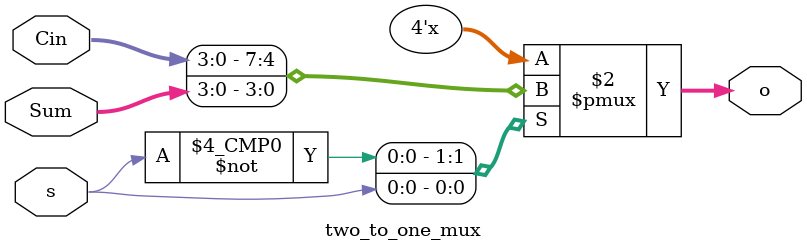
<source format=v>
`timescale 1ns / 1ps

module four_bit_adder(A, B, sum, Cout);

input [3:0] A, B;

output [3:0] sum;
output Cout;

wire [3:0] C;

onebitadder add0(.A(A[0]), .B(B[0]), .Cin(0), .s(sum[0]), .Cout(C[0]));
onebitadder add1(.A(A[1]), .B(B[1]), .Cin(C[0]), .s(sum[1]), .Cout(C[1]));
onebitadder add2(.A(A[2]), .B(B[2]), .Cin(C[1]), .s(sum[2]), .Cout(C[2]));
onebitadder add3(.A(A[3]), .B(B[3]), .Cin(C[2]), .s(sum[3]), .Cout(C[3]));

assign Cout = C[3];

endmodule


module onebitadder(A, B, Cin, s, Cout);

	input A, B, Cin;
	output reg Cout, s;

	always@(A, B, Cin)//input list
	begin
	case ({A, B,Cin})		//cases of the truth table
        3'b000: s=0;
        3'b001: s=1;
    	3'b010: s=1; 
	    3'b011: s=0;
    	3'b100: s=1; 
        3'b101: s=0; 
        3'b110: s=0;
    	3'b111: s=1;
	endcase
	
	case ({A, B,Cin})		//cases of the truth table
        3'b000: Cout=0; 
        3'b001: Cout=0;
    	3'b010: Cout=0;
	    3'b011: Cout=1;
    	3'b100: Cout=0;
        3'b101: Cout=1;
        3'b110: Cout=1;
    	3'b111: Cout=1;
	endcase
	
	end
	
	endmodule


module SevenSegment(Sum, Display);
input[3:0] Sum;
output reg [6:0] Display;

always@( Sum )
begin
case(Sum)
    4'b0000: Display = 7'b0000001; //(if active low then 000001)
    4'b0001: Display = 7'b1001111;
    4'b0010: Display = 7'b0010010;
    4'b0011: Display = 7'b0000110;
    4'b0100: Display = 7'b1001100;
    4'b0101: Display = 7'b0100100;
    4'b0110: Display = 7'b0100000;
    4'b0111: Display = 7'b0001111;
    4'b1000: Display = 7'b0000000; 
    4'b1001: Display = 7'b0001111;
 
endcase
end
endmodule


module final(A, B, sel, Display);
    input [3:0] A, B;
    input sel;
    wire Cout;
    output [6:0] Display;
    wire [3:0] Sum;
    wire [3:0] muxSum;
    
     four_bit_adder add0(.A(A), .B(B), .sum(Sum), .Cout(Cout));
     two_to_one_mux uut0(.Cin(Cout), .Sum(Sum), .s(sel), .o(muxSum));
     SevenSegment seg0(.Sum(muxSum), .Display(Display));
endmodule

module two_to_one_mux(Cin, Sum, s, o);
    input [3:0] Cin;
    input [3:0] Sum;
    input s;
    output reg [3:0] o;
    
    
    always @ (*)
        begin
            case(s)
                1'b0 : o = Cin;
                1'b1 : o = Sum;
                default : o = 4'b0000;
             endcase
       end    
endmodule
    

</source>
